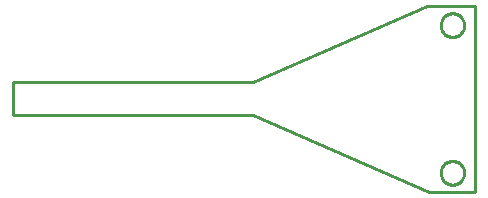
<source format=gbr>
G04 EAGLE Gerber RS-274X export*
G75*
%MOMM*%
%FSLAX34Y34*%
%LPD*%
%AMOC8*
5,1,8,0,0,1.08239X$1,22.5*%
G01*
%ADD10C,0.254000*%


D10*
X-203200Y-1270D02*
X-170180Y-1270D01*
X0Y-1270D01*
X148590Y-66040D01*
X187960Y-66040D01*
X187960Y91440D01*
X147320Y91440D01*
X0Y26670D01*
X-203200Y26670D01*
X-203200Y-1270D01*
X178750Y-50437D02*
X178674Y-51307D01*
X178522Y-52166D01*
X178296Y-53010D01*
X177998Y-53830D01*
X177629Y-54622D01*
X177192Y-55378D01*
X176691Y-56093D01*
X176130Y-56762D01*
X175512Y-57380D01*
X174843Y-57941D01*
X174128Y-58442D01*
X173372Y-58879D01*
X172580Y-59248D01*
X171760Y-59546D01*
X170916Y-59772D01*
X170057Y-59924D01*
X169187Y-60000D01*
X168313Y-60000D01*
X167444Y-59924D01*
X166584Y-59772D01*
X165740Y-59546D01*
X164920Y-59248D01*
X164128Y-58879D01*
X163372Y-58442D01*
X162657Y-57941D01*
X161988Y-57380D01*
X161370Y-56762D01*
X160809Y-56093D01*
X160308Y-55378D01*
X159871Y-54622D01*
X159502Y-53830D01*
X159204Y-53010D01*
X158978Y-52166D01*
X158826Y-51307D01*
X158750Y-50437D01*
X158750Y-49563D01*
X158826Y-48694D01*
X158978Y-47834D01*
X159204Y-46990D01*
X159502Y-46170D01*
X159871Y-45378D01*
X160308Y-44622D01*
X160809Y-43907D01*
X161370Y-43238D01*
X161988Y-42620D01*
X162657Y-42059D01*
X163372Y-41558D01*
X164128Y-41121D01*
X164920Y-40752D01*
X165740Y-40454D01*
X166584Y-40228D01*
X167444Y-40076D01*
X168313Y-40000D01*
X169187Y-40000D01*
X170057Y-40076D01*
X170916Y-40228D01*
X171760Y-40454D01*
X172580Y-40752D01*
X173372Y-41121D01*
X174128Y-41558D01*
X174843Y-42059D01*
X175512Y-42620D01*
X176130Y-43238D01*
X176691Y-43907D01*
X177192Y-44622D01*
X177629Y-45378D01*
X177998Y-46170D01*
X178296Y-46990D01*
X178522Y-47834D01*
X178674Y-48694D01*
X178750Y-49563D01*
X178750Y-50437D01*
X178750Y74563D02*
X178674Y73694D01*
X178522Y72834D01*
X178296Y71990D01*
X177998Y71170D01*
X177629Y70378D01*
X177192Y69622D01*
X176691Y68907D01*
X176130Y68238D01*
X175512Y67620D01*
X174843Y67059D01*
X174128Y66558D01*
X173372Y66121D01*
X172580Y65752D01*
X171760Y65454D01*
X170916Y65228D01*
X170057Y65076D01*
X169187Y65000D01*
X168313Y65000D01*
X167444Y65076D01*
X166584Y65228D01*
X165740Y65454D01*
X164920Y65752D01*
X164128Y66121D01*
X163372Y66558D01*
X162657Y67059D01*
X161988Y67620D01*
X161370Y68238D01*
X160809Y68907D01*
X160308Y69622D01*
X159871Y70378D01*
X159502Y71170D01*
X159204Y71990D01*
X158978Y72834D01*
X158826Y73694D01*
X158750Y74563D01*
X158750Y75437D01*
X158826Y76307D01*
X158978Y77166D01*
X159204Y78010D01*
X159502Y78830D01*
X159871Y79622D01*
X160308Y80378D01*
X160809Y81093D01*
X161370Y81762D01*
X161988Y82380D01*
X162657Y82941D01*
X163372Y83442D01*
X164128Y83879D01*
X164920Y84248D01*
X165740Y84546D01*
X166584Y84772D01*
X167444Y84924D01*
X168313Y85000D01*
X169187Y85000D01*
X170057Y84924D01*
X170916Y84772D01*
X171760Y84546D01*
X172580Y84248D01*
X173372Y83879D01*
X174128Y83442D01*
X174843Y82941D01*
X175512Y82380D01*
X176130Y81762D01*
X176691Y81093D01*
X177192Y80378D01*
X177629Y79622D01*
X177998Y78830D01*
X178296Y78010D01*
X178522Y77166D01*
X178674Y76307D01*
X178750Y75437D01*
X178750Y74563D01*
M02*

</source>
